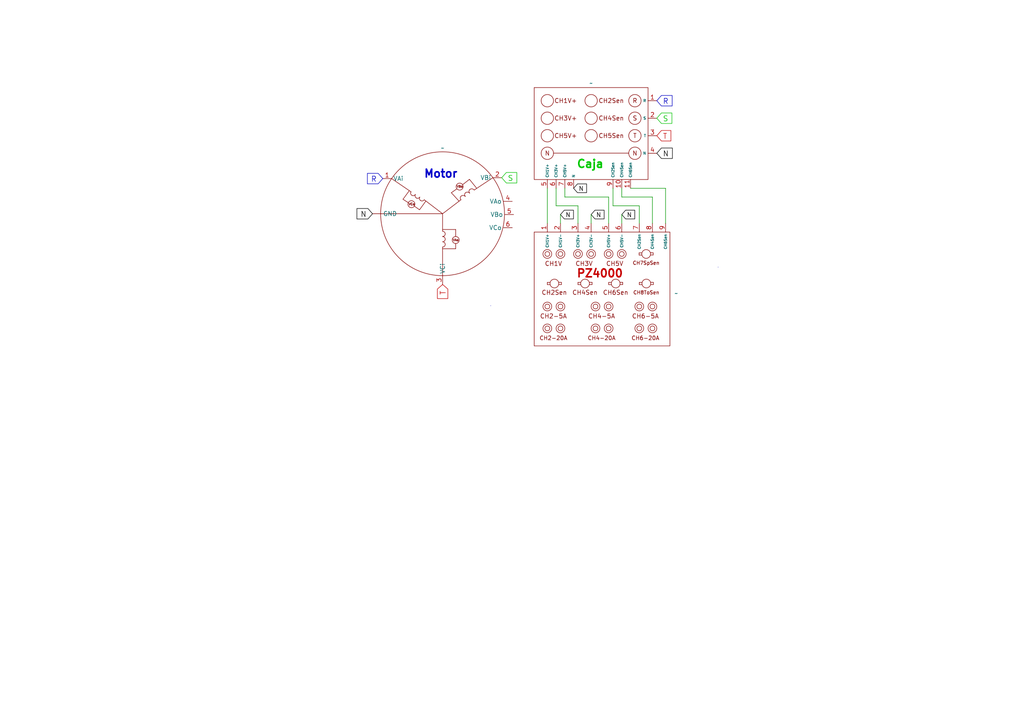
<source format=kicad_sch>
(kicad_sch (version 20231120) (generator "eeschema") (generator_version "8.0")
  (paper "A4")
  (lib_symbols
    (symbol "Motor:SiemensAC230"
      (property "Reference" "M" (at 0 0 0))
      (symbol "SiemensAC230_0_1"
        (circle (center -9.035 -2.7709) (radius 1.016))
        (arc (start -8.902 -5.3441) (mid -9.2394 -5.7995) (end -9.156 -6.3601))
        (arc (start -7.886 -5.5981) (mid -8.3414 -5.2607) (end -8.902 -5.3441))
        (arc (start -7.6261 -4.5786) (mid -7.9635 -5.034) (end -7.8801 -5.5946))
        (arc (start -6.6101 -4.8326) (mid -7.0655 -4.4952) (end -7.6261 -4.5786))
        (arc (start -6.35 -3.81) (mid -6.6874 -4.2654) (end -6.604 -4.826))
        (arc (start -5.334 -4.064) (mid -5.7894 -3.7266) (end -6.35 -3.81))
        (polyline (pts (xy -9.144 -6.35) (xy -14.732 -10.16)))
        (polyline (pts (xy 0 0) (xy -18.034 0)))
        (polyline (pts (xy 0 0) (xy -5.334 -4.064)))
        (polyline (pts (xy 0 0) (xy 0 5.08)))
        (polyline (pts (xy 0 0) (xy 5.334 -4.064)))
        (polyline (pts (xy 0 4.572) (xy 3.81 4.572)))
        (polyline (pts (xy 0 10.16) (xy 3.81 10.16)))
        (polyline (pts (xy 3.81 6.604) (xy 3.81 4.572)))
        (polyline (pts (xy 3.81 10.16) (xy 3.81 8.636)))
        (polyline (pts (xy 0 9.652) (xy 0 17.78) (xy -0.0019 17.9548)))
        (polyline (pts (xy 9.144 -6.858) (xy 14.5443 -10.4323) (xy 14.557 -10.4315)))
        (circle (center 0 0) (radius 17.9605))
        (arc (start 0 5.08) (mid 0.5388 5.3032) (end 0.762 5.842))
        (arc (start 0.0001 6.6041) (mid 0.5389 6.8273) (end 0.7621 7.3661))
        (arc (start 0.0001 8.1281) (mid 0.5388 8.3513) (end 0.7621 8.8901))
        (arc (start 0.762 5.842) (mid 0.5388 6.3808) (end 0 6.604))
        (arc (start 0.7621 7.3661) (mid 0.5389 7.9049) (end 0.0001 8.1281))
        (arc (start 0.7621 8.8901) (mid 0.5389 9.4289) (end 0.0001 9.6521))
        (circle (center 3.81 7.62) (radius 1.016))
        (circle (center 4.9486 -7.8739) (radius 1.016))
        (arc (start 5.334 -5.08) (mid 5.9787 -5.3106) (end 6.5976 -5.0177))
        (arc (start 5.334 -4.064) (mid 5.1236 -4.572) (end 5.334 -5.08))
        (arc (start 6.604 -6.0401) (mid 7.2488 -6.2709) (end 7.8676 -5.9778))
        (arc (start 6.604 -5.0241) (mid 6.3936 -5.5321) (end 6.604 -6.0401))
        (arc (start 7.866 -6.9927) (mid 8.5108 -7.2237) (end 9.1296 -6.9304))
        (arc (start 7.866 -5.9767) (mid 7.6557 -6.4847) (end 7.866 -6.9927))
      )
      (symbol "SiemensAC230_1_1"
        (polyline (pts (xy -11.4807 -4.1948) (xy -9.976 -3.2315)))
        (polyline (pts (xy -9.6689 -6.6794) (xy -11.4642 -4.2097)))
        (polyline (pts (xy -6.6913 -1.1487) (xy -8.1502 -2.1855)))
        (polyline (pts (xy -4.8606 -3.6735) (xy -6.6718 -1.1684)))
        (polyline (pts (xy 2.54 -6.096) (xy 4.1123 -7.2049)))
        (polyline (pts (xy 4.7757 -3.6509) (xy 2.54 -6.096)))
        (polyline (pts (xy 7.7921 -9.9815) (xy 5.8295 -8.4426)))
        (polyline (pts (xy 9.906 -7.366) (xy 7.8121 -9.964)))
        (text "VAo" (at 3.81 7.62 0) (effects (font (size 0.635 0.635))))
        (text "VBo" (at 4.9957 -7.9102 0) (effects (font (size 0.635 0.635))))
        (text "VCo" (at -8.9732 -2.7938 0) (effects (font (size 0.635 0.635))))
        (pin input line (at -20.32 0 0) (length 2.54) (name "GND") (number ""))
        (pin input line (at -17.3535 -10.2005 0) (length 2.54) (name "VAi") (number "1"))
        (pin input line (at 17.1532 -10.4455 180) (length 2.54) (name "VBi") (number "2"))
        (pin input line (at 0.0073 20.5159 270) (length 2.54) (name "VCi") (number "3"))
        (pin output line (at 20.2092 -3.5854 180) (length 2.54) (name "VAo") (number "4"))
        (pin output line (at 20.6057 0.2308 180) (length 2.54) (name "VBo") (number "5"))
        (pin output line (at 20.2242 4.0451 180) (length 2.54) (name "VCo") (number "6"))
      )
    )
    (symbol "sparkops:PZ4000"
      (property "Reference" "U" (at 0 0 0))
      (symbol "PZ4000_0_1"
        (rectangle (start -19.05 16.51) (end 20.32 -16.51))
        (circle (center -15.24 -11.43) (radius 1.27))
        (circle (center -15.24 -5.08) (radius 1.27))
        (circle (center -15.24 10.16) (radius 1.27))
        (circle (center -11.43 -11.43) (radius 1.27))
        (circle (center -11.43 -5.08) (radius 1.27))
        (circle (center -11.43 10.16) (radius 1.27))
        (circle (center -6.35 10.16) (radius 1.27))
        (circle (center -2.54 10.16) (radius 1.27))
        (circle (center -1.27 -11.43) (radius 1.27))
        (circle (center -1.27 -5.08) (radius 1.27))
        (circle (center 2.54 -11.43) (radius 1.27))
        (circle (center 2.54 -5.08) (radius 1.27))
        (circle (center 2.54 10.16) (radius 1.27))
        (circle (center 6.35 10.16) (radius 1.27))
        (circle (center 11.43 -11.43) (radius 1.27))
        (circle (center 11.43 -5.08) (radius 1.27))
        (circle (center 15.24 -11.43) (radius 1.27))
        (circle (center 15.24 -5.08) (radius 1.27))
      )
      (symbol "PZ4000_1_1"
        (circle (center -15.24 -11.43) (radius 0.6937))
        (circle (center -15.24 -5.08) (radius 0.6937))
        (circle (center -15.24 10.16) (radius 0.6937))
        (circle (center -13.1899 1.5858) (radius 1.27))
        (circle (center -11.43 -11.43) (radius 0.6937))
        (circle (center -11.43 -5.08) (radius 0.6937))
        (circle (center -11.43 10.16) (radius 0.6937))
        (circle (center -6.35 10.16) (radius 0.6937))
        (circle (center -4.2999 1.5858) (radius 1.27))
        (circle (center -2.54 10.16) (radius 0.6937))
        (circle (center -1.27 -11.43) (radius 0.6937))
        (circle (center -1.27 -5.08) (radius 0.6937))
        (polyline (pts (xy -14.4571 1.9062) (xy -15.24 1.9062)))
        (polyline (pts (xy -14.4375 1.27) (xy -15.2204 1.27)))
        (polyline (pts (xy -11.9541 1.9332) (xy -11.1712 1.9332)))
        (polyline (pts (xy -11.9345 1.297) (xy -11.1516 1.297)))
        (polyline (pts (xy -5.5671 1.9062) (xy -6.35 1.9062)))
        (polyline (pts (xy -5.5475 1.27) (xy -6.3304 1.27)))
        (polyline (pts (xy -3.0641 1.9332) (xy -2.2812 1.9332)))
        (polyline (pts (xy -3.0445 1.297) (xy -2.2616 1.297)))
        (polyline (pts (xy 3.3229 1.9062) (xy 2.54 1.9062)))
        (polyline (pts (xy 3.3425 1.27) (xy 2.5596 1.27)))
        (polyline (pts (xy 5.8259 1.9332) (xy 6.6088 1.9332)))
        (polyline (pts (xy 5.8455 1.297) (xy 6.6284 1.297)))
        (polyline (pts (xy 12.1583 10.4774) (xy 11.3754 10.4774)))
        (polyline (pts (xy 12.1779 9.8412) (xy 11.395 9.8412)))
        (polyline (pts (xy 12.2129 1.9062) (xy 11.43 1.9062)))
        (polyline (pts (xy 12.2325 1.27) (xy 11.4496 1.27)))
        (polyline (pts (xy 14.6613 10.5044) (xy 15.4442 10.5044)))
        (polyline (pts (xy 14.6809 9.8682) (xy 15.4638 9.8682)))
        (polyline (pts (xy 14.7159 1.9332) (xy 15.4988 1.9332)))
        (polyline (pts (xy 14.7355 1.297) (xy 15.5184 1.297)))
        (polyline (pts (xy -15.24 1.27) (xy -15.24 1.9013) (xy -15.24 1.8964)))
        (polyline (pts (xy -11.1516 1.9332) (xy -11.1516 1.3019) (xy -11.1516 1.3068)))
        (polyline (pts (xy -6.35 1.27) (xy -6.35 1.9013) (xy -6.35 1.8964)))
        (polyline (pts (xy -2.2616 1.9332) (xy -2.2616 1.3019) (xy -2.2616 1.3068)))
        (polyline (pts (xy 2.54 1.27) (xy 2.54 1.9013) (xy 2.54 1.8964)))
        (polyline (pts (xy 6.6284 1.9332) (xy 6.6284 1.3019) (xy 6.6284 1.3068)))
        (polyline (pts (xy 11.3754 9.8412) (xy 11.3754 10.4725) (xy 11.3754 10.4676)))
        (polyline (pts (xy 11.43 1.27) (xy 11.43 1.9013) (xy 11.43 1.8964)))
        (polyline (pts (xy 15.4638 10.5044) (xy 15.4638 9.8731) (xy 15.4638 9.878)))
        (polyline (pts (xy 15.5184 1.9332) (xy 15.5184 1.3019) (xy 15.5184 1.3068)))
        (circle (center 2.54 -11.43) (radius 0.6937))
        (circle (center 2.54 -5.08) (radius 0.6937))
        (circle (center 2.54 10.16) (radius 0.6937))
        (circle (center 4.5901 1.5858) (radius 1.27))
        (circle (center 6.35 10.16) (radius 0.6937))
        (circle (center 11.43 -11.43) (radius 0.6937))
        (circle (center 11.43 -5.08) (radius 0.6937))
        (circle (center 13.4255 10.157) (radius 1.27))
        (circle (center 13.4801 1.5858) (radius 1.27))
        (circle (center 15.24 -11.43) (radius 0.6937))
        (circle (center 15.24 -5.08) (radius 0.6937))
        (text "CH1V" (at -13.462 7.366 0) (effects (font (size 1.27 1.27))))
        (text "CH2-20A" (at -13.462 -14.224 0) (effects (font (size 1.143 1.143))))
        (text "CH2-5A" (at -13.462 -7.874 0) (effects (font (size 1.27 1.27))))
        (text "CH2Sen\n" (at -13.208 -1.016 0) (effects (font (size 1.27 1.27))))
        (text "CH3V" (at -4.572 7.366 0) (effects (font (size 1.27 1.27))))
        (text "CH4-20A" (at 0.508 -14.224 0) (effects (font (size 1.143 1.143))))
        (text "CH4-5A" (at 0.508 -7.874 0) (effects (font (size 1.27 1.27))))
        (text "CH4Sen\n" (at -4.318 -1.016 0) (effects (font (size 1.27 1.27))))
        (text "CH5V" (at 4.318 7.366 0) (effects (font (size 1.27 1.27))))
        (text "CH6-20A" (at 13.208 -14.224 0) (effects (font (size 1.143 1.143))))
        (text "CH6-5A" (at 13.208 -7.874 0) (effects (font (size 1.27 1.27))))
        (text "CH6Sen\n" (at 4.572 -1.016 0) (effects (font (size 1.27 1.27))))
        (text "CH7SpSen\n" (at 13.4074 7.5552 0) (effects (font (size 1.016 1.016))))
        (text "CH8ToSen" (at 13.462 -1.016 0) (effects (font (size 1.016 1.016))))
        (pin input line (at -15.24 19.05 270) (length 2.54) (name "CH1V+") (number "1"))
        (pin input line (at -11.43 19.05 270) (length 2.54) (name "CH1V-") (number "2"))
        (pin input line (at -6.35 19.05 270) (length 2.54) (name "CH3V+") (number "3"))
        (pin input line (at -2.54 19.05 270) (length 2.54) (name "CH3V-") (number "4"))
        (pin input line (at 2.54 19.05 270) (length 2.54) (name "CH5V+") (number "5"))
        (pin input line (at 6.35 19.05 270) (length 2.54) (name "CH5V-") (number "6"))
        (pin input line (at 11.43 19.05 270) (length 2.54) (name "CH2Sen") (number "7"))
        (pin input line (at 15.24 19.05 270) (length 2.54) (name "CH4Sen") (number "8"))
        (pin input line (at 19.05 19.05 270) (length 2.54) (name "CH6Sen") (number "9"))
      )
    )
    (symbol "sparkops:caja"
      (property "Reference" "U" (at 8.89 0 0))
      (symbol "caja_0_1"
        (rectangle (start -16.51 12.7) (end 16.51 -13.97))
        (circle (center -12.7 -6.35) (radius 1.7961))
        (circle (center -12.7 -1.27) (radius 1.7961))
        (circle (center -12.7 3.81) (radius 1.7961))
        (circle (center -12.7 8.89) (radius 1.7961))
        (circle (center 0 -1.27) (radius 1.7961))
        (polyline (pts (xy 10.8826 -6.3163) (xy -10.9295 -6.3163)))
        (circle (center 0 3.81) (radius 1.7961))
        (circle (center 0 8.89) (radius 1.7961))
        (circle (center 12.7 -6.35) (radius 1.7961))
        (circle (center 12.7 -1.27) (radius 1.7961))
        (circle (center 12.7 3.81) (radius 1.7961))
        (circle (center 12.7 8.89) (radius 1.7961))
      )
      (symbol "caja_1_1"
        (text "CH1V+" (at -7.366 8.89 0) (effects (font (size 1.27 1.27))))
        (text "CH2Sen" (at 5.842 8.89 0) (effects (font (size 1.27 1.27))))
        (text "CH3V+" (at -7.366 3.81 0) (effects (font (size 1.27 1.27))))
        (text "CH4Sen" (at 5.842 3.81 0) (effects (font (size 1.27 1.27))))
        (text "CH5Sen" (at 5.842 -1.27 0) (effects (font (size 1.27 1.27))))
        (text "CH5V+" (at -7.366 -1.27 0) (effects (font (size 1.27 1.27))))
        (text "N" (at -12.7 -6.35 0) (effects (font (size 1.27 1.27))))
        (text "N" (at 12.7 -6.35 0) (effects (font (size 1.27 1.27))))
        (text "R" (at 12.7 8.89 0) (effects (font (size 1.27 1.27))))
        (text "S" (at 12.7 3.81 0) (effects (font (size 1.27 1.27))))
        (text "T" (at 12.7 -1.27 0) (effects (font (size 1.27 1.27))))
        (pin input line (at 19.05 8.89 180) (length 2.54) (name "R") (number "1"))
        (pin output line (at 8.89 -16.51 90) (length 2.54) (name "CH4Sen") (number "10"))
        (pin output line (at 11.43 -16.51 90) (length 2.54) (name "CH6Sen") (number "11"))
        (pin input line (at 19.05 3.81 180) (length 2.54) (name "S") (number "2"))
        (pin input line (at 19.05 -1.27 180) (length 2.54) (name "T") (number "3"))
        (pin input line (at 19.05 -6.35 180) (length 2.54) (name "N") (number "4"))
        (pin output line (at -12.7 -16.51 90) (length 2.54) (name "CH1V+") (number "5"))
        (pin output line (at -10.16 -16.51 90) (length 2.54) (name "CH3V+") (number "6"))
        (pin output line (at -7.62 -16.51 90) (length 2.54) (name "CH5V+") (number "7"))
        (pin output line (at -5.08 -16.51 90) (length 2.54) (name "N") (number "8"))
        (pin output line (at 6.35 -16.51 90) (length 2.54) (name "CH2Sen") (number "9"))
      )
    )
  )
  (wire (pts (xy 176.53 57.15) (xy 176.53 64.77)))
  (wire (pts (xy 167.64 59.69) (xy 167.64 64.77)))
  (wire (pts (xy 180.34 57.15) (xy 189.23 57.15)))
  (wire (pts (xy 162.56 62.23) (xy 162.56 64.77)))
  (wire (pts (xy 193.04 54.61) (xy 193.04 64.77)))
  (wire (pts (xy 180.34 54.61) (xy 180.34 57.15)))
  (wire (pts (xy 185.42 59.69) (xy 185.42 64.77)))
  (wire (pts (xy 163.83 54.61) (xy 163.83 57.15)))
  (wire (pts (xy 161.29 59.69) (xy 167.64 59.69)))
  (wire (pts (xy 161.29 54.61) (xy 161.29 59.69)))
  (wire (pts (xy 177.8 59.69) (xy 185.42 59.69)))
  (wire (pts (xy 158.75 54.61) (xy 158.75 64.77)))
  (wire (pts (xy 163.83 57.15) (xy 176.53 57.15)))
  (wire (pts (xy 177.8 54.61) (xy 177.8 59.69)))
  (wire (pts (xy 171.45 62.23) (xy 171.45 64.77)))
  (wire (pts (xy 182.88 54.61) (xy 193.04 54.61)))
  (wire (pts (xy 180.34 62.23) (xy 180.34 64.77)))
  (wire (pts (xy 189.23 57.15) (xy 189.23 64.77)))
  (rectangle (start 142.3358 88.6649) (end 142.3358 88.6649))
  (rectangle (start 208.28 77.47) (end 208.28 77.47))
  (text "Motor" (at 127.8578 50.5649 0) (effects (font (size 2.286 2.286) (thickness 0.4572) (bold yes))))
  (text "PZ4000" (at 173.99 79.502 0) (effects (font (size 2.286 2.286) (thickness 0.4572) (bold yes))))
  (text "Caja" (at 171.196 47.752 0) (effects (font (size 2.286 2.286) (thickness 0.4572) (bold yes))))
  (global_label "N" (shape input) (at 180.34 62.23 0) (property "Intersheetrefs" "${INTERSHEET_REFS}" (effects (hide yes))))
  (global_label "N" (shape input) (at 108.0458 61.9949 180) (effects (font (size 1.524 1.524))) (property "Intersheetrefs" "${INTERSHEET_REFS}" (effects (hide yes))))
  (global_label "S" (shape input) (at 190.5 34.29 0) (effects (font (size 1.524 1.524))) (property "Intersheetrefs" "${INTERSHEET_REFS}" (effects (hide yes))))
  (global_label "R" (shape input) (at 190.5 29.21 0) (effects (font (size 1.524 1.524))) (property "Intersheetrefs" "${INTERSHEET_REFS}" (effects (hide yes))))
  (global_label "T" (shape input) (at 128.3731 82.5108 270) (effects (font (size 1.524 1.524))) (property "Intersheetrefs" "${INTERSHEET_REFS}" (effects (hide yes))))
  (global_label "N" (shape input) (at 171.45 62.23 0) (property "Intersheetrefs" "${INTERSHEET_REFS}" (effects (hide yes))))
  (global_label "N" (shape input) (at 166.37 54.61 0) (property "Intersheetrefs" "${INTERSHEET_REFS}" (effects (hide yes))))
  (global_label "S" (shape input) (at 145.519 51.5494 0) (effects (font (size 1.524 1.524))) (property "Intersheetrefs" "${INTERSHEET_REFS}" (effects (hide yes))))
  (global_label "N" (shape input) (at 162.56 62.23 0) (property "Intersheetrefs" "${INTERSHEET_REFS}" (effects (hide yes))))
  (global_label "R" (shape input) (at 111.0123 51.7944 180) (effects (font (size 1.524 1.524))) (property "Intersheetrefs" "${INTERSHEET_REFS}" (effects (hide yes))))
  (global_label "T" (shape input) (at 190.5 39.37 0) (effects (font (size 1.524 1.524))) (property "Intersheetrefs" "${INTERSHEET_REFS}" (effects (hide yes))))
  (global_label "N" (shape input) (at 190.5 44.45 0) (effects (font (size 1.524 1.524))) (property "Intersheetrefs" "${INTERSHEET_REFS}" (effects (hide yes))))
  (symbol (lib_id "sparkops:PZ4000") (at 173.99 83.82 0) (unit 1)
    (property "Reference" "U1" (effects (hide yes)))
    (property "Value" "~" (at 195.58 85.09 0) (effects (justify left)))
  )
  (symbol (lib_id "Motor:SiemensAC230") (at 128.3658 61.9949 0) (mirror x) (unit 1) (on_board no)
    (property "Reference" "M1" (effects (hide yes)))
    (property "Value" "~" (at 128.3816 42.9449 0))
  )
  (symbol (lib_id "sparkops:caja") (at 171.45 38.1 0) (unit 1)
    (property "Reference" "U2" (effects (hide yes)))
    (property "Value" "~" (at 171.45 24.13 0))
  )
)
</source>
